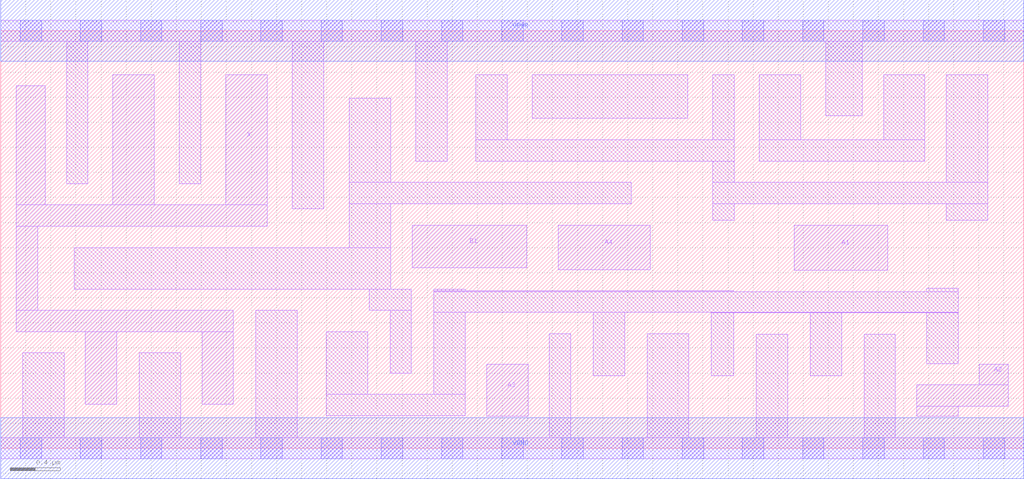
<source format=lef>
# Copyright 2020 The SkyWater PDK Authors
#
# Licensed under the Apache License, Version 2.0 (the "License");
# you may not use this file except in compliance with the License.
# You may obtain a copy of the License at
#
#     https://www.apache.org/licenses/LICENSE-2.0
#
# Unless required by applicable law or agreed to in writing, software
# distributed under the License is distributed on an "AS IS" BASIS,
# WITHOUT WARRANTIES OR CONDITIONS OF ANY KIND, either express or implied.
# See the License for the specific language governing permissions and
# limitations under the License.
#
# SPDX-License-Identifier: Apache-2.0

VERSION 5.7 ;
  NAMESCASESENSITIVE ON ;
  NOWIREEXTENSIONATPIN ON ;
  DIVIDERCHAR "/" ;
  BUSBITCHARS "[]" ;
UNITS
  DATABASE MICRONS 200 ;
END UNITS
MACRO sky130_fd_sc_ms__o41a_4
  CLASS CORE ;
  SOURCE USER ;
  FOREIGN sky130_fd_sc_ms__o41a_4 ;
  ORIGIN  0.000000  0.000000 ;
  SIZE  8.160000 BY  3.330000 ;
  SYMMETRY X Y ;
  SITE unit ;
  PIN A1
    ANTENNAGATEAREA  0.595200 ;
    DIRECTION INPUT ;
    USE SIGNAL ;
    PORT
      LAYER li1 ;
        RECT 6.330000 1.420000 7.075000 1.780000 ;
    END
  END A1
  PIN A2
    ANTENNAGATEAREA  0.595200 ;
    DIRECTION INPUT ;
    USE SIGNAL ;
    PORT
      LAYER li1 ;
        RECT 7.305000 0.255000 7.635000 0.335000 ;
        RECT 7.305000 0.335000 8.035000 0.505000 ;
        RECT 7.805000 0.505000 8.035000 0.670000 ;
    END
  END A2
  PIN A3
    ANTENNAGATEAREA  0.595200 ;
    DIRECTION INPUT ;
    USE SIGNAL ;
    PORT
      LAYER li1 ;
        RECT 3.875000 0.255000 4.205000 0.670000 ;
    END
  END A3
  PIN A4
    ANTENNAGATEAREA  0.595200 ;
    DIRECTION INPUT ;
    USE SIGNAL ;
    PORT
      LAYER li1 ;
        RECT 4.445000 1.425000 5.180000 1.780000 ;
    END
  END A4
  PIN B1
    ANTENNAGATEAREA  0.494400 ;
    DIRECTION INPUT ;
    USE SIGNAL ;
    PORT
      LAYER li1 ;
        RECT 3.280000 1.440000 4.195000 1.780000 ;
    END
  END B1
  PIN X
    ANTENNADIFFAREA  1.019200 ;
    DIRECTION OUTPUT ;
    USE SIGNAL ;
    PORT
      LAYER li1 ;
        RECT 0.125000 0.930000 1.855000 1.100000 ;
        RECT 0.125000 1.100000 0.295000 1.770000 ;
        RECT 0.125000 1.770000 2.125000 1.940000 ;
        RECT 0.125000 1.940000 0.355000 2.890000 ;
        RECT 0.675000 0.350000 0.925000 0.930000 ;
        RECT 0.895000 1.940000 1.225000 2.980000 ;
        RECT 1.605000 0.350000 1.855000 0.930000 ;
        RECT 1.795000 1.940000 2.125000 2.980000 ;
    END
  END X
  PIN VGND
    DIRECTION INOUT ;
    USE GROUND ;
    PORT
      LAYER met1 ;
        RECT 0.000000 -0.245000 8.160000 0.245000 ;
    END
  END VGND
  PIN VPWR
    DIRECTION INOUT ;
    USE POWER ;
    PORT
      LAYER met1 ;
        RECT 0.000000 3.085000 8.160000 3.575000 ;
    END
  END VPWR
  OBS
    LAYER li1 ;
      RECT 0.000000 -0.085000 8.160000 0.085000 ;
      RECT 0.000000  3.245000 8.160000 3.415000 ;
      RECT 0.175000  0.085000 0.505000 0.760000 ;
      RECT 0.525000  2.110000 0.695000 3.245000 ;
      RECT 0.585000  1.270000 3.110000 1.600000 ;
      RECT 1.105000  0.085000 1.435000 0.760000 ;
      RECT 1.425000  2.110000 1.595000 3.245000 ;
      RECT 2.035000  0.085000 2.365000 1.100000 ;
      RECT 2.325000  1.910000 2.575000 3.245000 ;
      RECT 2.595000  0.260000 3.705000 0.430000 ;
      RECT 2.595000  0.430000 2.925000 0.930000 ;
      RECT 2.780000  1.600000 3.110000 1.950000 ;
      RECT 2.780000  1.950000 5.030000 2.120000 ;
      RECT 2.780000  2.120000 3.110000 2.790000 ;
      RECT 2.940000  1.100000 3.275000 1.270000 ;
      RECT 3.105000  0.600000 3.275000 1.100000 ;
      RECT 3.310000  2.290000 3.560000 3.245000 ;
      RECT 3.455000  0.430000 3.705000 1.085000 ;
      RECT 3.455000  1.085000 7.635000 1.250000 ;
      RECT 3.455000  1.250000 5.845000 1.255000 ;
      RECT 3.455000  1.255000 3.705000 1.270000 ;
      RECT 3.790000  2.290000 5.850000 2.460000 ;
      RECT 3.790000  2.460000 4.040000 2.980000 ;
      RECT 4.240000  2.630000 5.480000 2.980000 ;
      RECT 4.375000  0.085000 4.545000 0.915000 ;
      RECT 4.725000  0.580000 4.975000 1.085000 ;
      RECT 5.155000  0.085000 5.485000 0.915000 ;
      RECT 5.665000  0.580000 5.845000 1.080000 ;
      RECT 5.665000  1.080000 7.635000 1.085000 ;
      RECT 5.680000  1.820000 5.850000 1.950000 ;
      RECT 5.680000  1.950000 7.870000 2.120000 ;
      RECT 5.680000  2.120000 5.850000 2.290000 ;
      RECT 5.680000  2.460000 5.850000 2.980000 ;
      RECT 6.025000  0.085000 6.275000 0.910000 ;
      RECT 6.050000  2.290000 7.370000 2.460000 ;
      RECT 6.050000  2.460000 6.380000 2.980000 ;
      RECT 6.455000  0.580000 6.705000 1.080000 ;
      RECT 6.580000  2.650000 6.870000 3.245000 ;
      RECT 6.885000  0.085000 7.135000 0.910000 ;
      RECT 7.040000  2.460000 7.370000 2.980000 ;
      RECT 7.385000  0.675000 7.635000 1.080000 ;
      RECT 7.385000  1.250000 7.635000 1.275000 ;
      RECT 7.540000  1.820000 7.870000 1.950000 ;
      RECT 7.540000  2.120000 7.870000 2.980000 ;
    LAYER mcon ;
      RECT 0.155000 -0.085000 0.325000 0.085000 ;
      RECT 0.155000  3.245000 0.325000 3.415000 ;
      RECT 0.635000 -0.085000 0.805000 0.085000 ;
      RECT 0.635000  3.245000 0.805000 3.415000 ;
      RECT 1.115000 -0.085000 1.285000 0.085000 ;
      RECT 1.115000  3.245000 1.285000 3.415000 ;
      RECT 1.595000 -0.085000 1.765000 0.085000 ;
      RECT 1.595000  3.245000 1.765000 3.415000 ;
      RECT 2.075000 -0.085000 2.245000 0.085000 ;
      RECT 2.075000  3.245000 2.245000 3.415000 ;
      RECT 2.555000 -0.085000 2.725000 0.085000 ;
      RECT 2.555000  3.245000 2.725000 3.415000 ;
      RECT 3.035000 -0.085000 3.205000 0.085000 ;
      RECT 3.035000  3.245000 3.205000 3.415000 ;
      RECT 3.515000 -0.085000 3.685000 0.085000 ;
      RECT 3.515000  3.245000 3.685000 3.415000 ;
      RECT 3.995000 -0.085000 4.165000 0.085000 ;
      RECT 3.995000  3.245000 4.165000 3.415000 ;
      RECT 4.475000 -0.085000 4.645000 0.085000 ;
      RECT 4.475000  3.245000 4.645000 3.415000 ;
      RECT 4.955000 -0.085000 5.125000 0.085000 ;
      RECT 4.955000  3.245000 5.125000 3.415000 ;
      RECT 5.435000 -0.085000 5.605000 0.085000 ;
      RECT 5.435000  3.245000 5.605000 3.415000 ;
      RECT 5.915000 -0.085000 6.085000 0.085000 ;
      RECT 5.915000  3.245000 6.085000 3.415000 ;
      RECT 6.395000 -0.085000 6.565000 0.085000 ;
      RECT 6.395000  3.245000 6.565000 3.415000 ;
      RECT 6.875000 -0.085000 7.045000 0.085000 ;
      RECT 6.875000  3.245000 7.045000 3.415000 ;
      RECT 7.355000 -0.085000 7.525000 0.085000 ;
      RECT 7.355000  3.245000 7.525000 3.415000 ;
      RECT 7.835000 -0.085000 8.005000 0.085000 ;
      RECT 7.835000  3.245000 8.005000 3.415000 ;
  END
END sky130_fd_sc_ms__o41a_4
END LIBRARY

</source>
